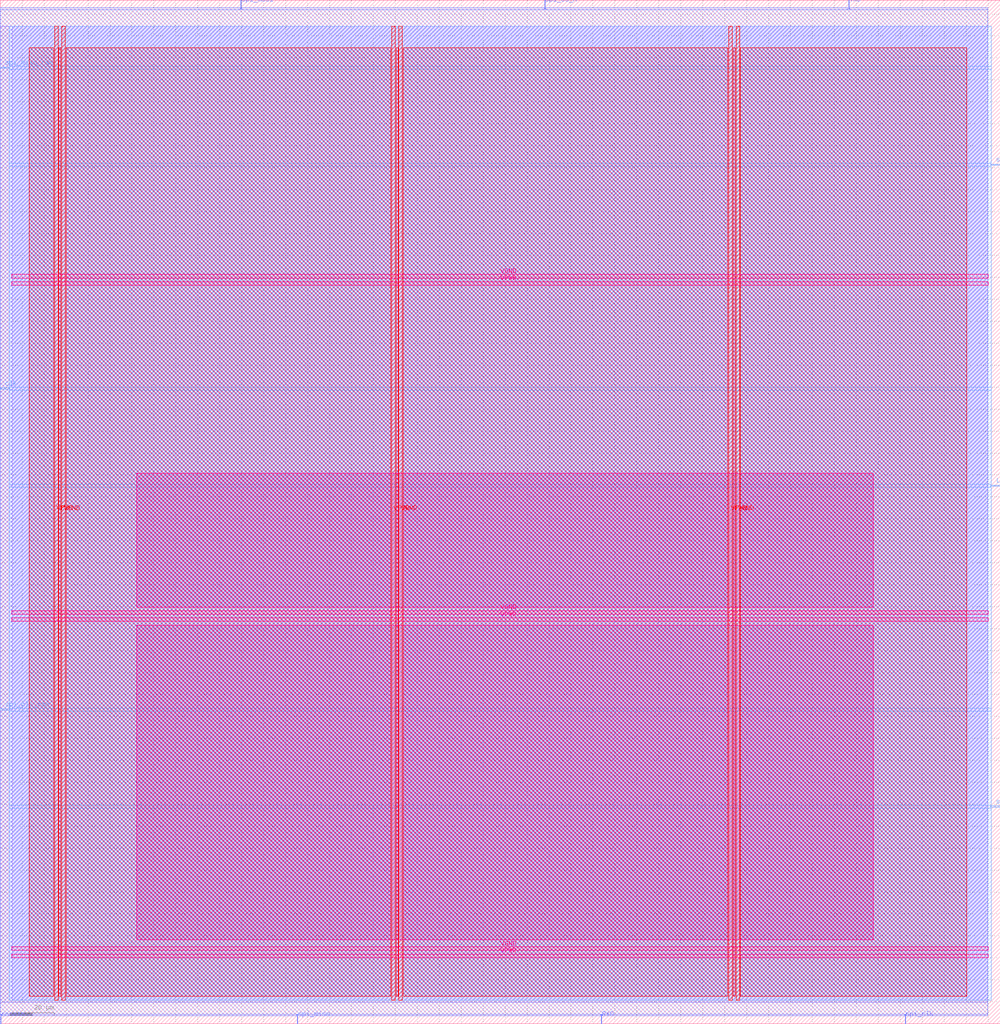
<source format=lef>
VERSION 5.7 ;
  NOWIREEXTENSIONATPIN ON ;
  DIVIDERCHAR "/" ;
  BUSBITCHARS "[]" ;
MACRO femto
  CLASS BLOCK ;
  FOREIGN femto ;
  ORIGIN 0.000 0.000 ;
  SIZE 455.575 BY 466.295 ;
  PIN LEDS
    DIRECTION OUTPUT TRISTATE ;
    USE SIGNAL ;
    ANTENNADIFFAREA 0.445500 ;
    PORT
      LAYER met3 ;
        RECT 451.575 244.840 455.575 245.440 ;
    END
  END LEDS
  PIN RXD
    DIRECTION INPUT ;
    USE SIGNAL ;
    ANTENNAGATEAREA 0.213000 ;
    PORT
      LAYER met2 ;
        RECT 273.790 0.000 274.070 4.000 ;
    END
  END RXD
  PIN TXD
    DIRECTION OUTPUT TRISTATE ;
    USE SIGNAL ;
    ANTENNADIFFAREA 0.795200 ;
    PORT
      LAYER met2 ;
        RECT 386.490 462.295 386.770 466.295 ;
    END
  END TXD
  PIN VGND
    DIRECTION INOUT ;
    USE GROUND ;
    PORT
      LAYER met4 ;
        RECT 28.020 10.640 29.620 454.480 ;
    END
    PORT
      LAYER met4 ;
        RECT 181.620 10.640 183.220 454.480 ;
    END
    PORT
      LAYER met4 ;
        RECT 335.220 10.640 336.820 454.480 ;
    END
    PORT
      LAYER met5 ;
        RECT 5.280 33.380 450.120 34.980 ;
    END
    PORT
      LAYER met5 ;
        RECT 5.280 186.560 450.120 188.160 ;
    END
    PORT
      LAYER met5 ;
        RECT 5.280 339.740 450.120 341.340 ;
    END
  END VGND
  PIN VPWR
    DIRECTION INOUT ;
    USE POWER ;
    PORT
      LAYER met4 ;
        RECT 24.720 10.640 26.320 454.480 ;
    END
    PORT
      LAYER met4 ;
        RECT 178.320 10.640 179.920 454.480 ;
    END
    PORT
      LAYER met4 ;
        RECT 331.920 10.640 333.520 454.480 ;
    END
    PORT
      LAYER met5 ;
        RECT 5.280 30.080 450.120 31.680 ;
    END
    PORT
      LAYER met5 ;
        RECT 5.280 183.260 450.120 184.860 ;
    END
    PORT
      LAYER met5 ;
        RECT 5.280 336.440 450.120 338.040 ;
    END
  END VPWR
  PIN clk
    DIRECTION INPUT ;
    USE SIGNAL ;
    ANTENNAGATEAREA 0.852000 ;
    PORT
      LAYER met3 ;
        RECT 0.000 289.040 4.000 289.640 ;
    END
  END clk
  PIN resetn
    DIRECTION INPUT ;
    USE SIGNAL ;
    ANTENNAGATEAREA 0.159000 ;
    PORT
      LAYER met2 ;
        RECT 0.090 0.000 0.370 4.000 ;
    END
  END resetn
  PIN spi_clk
    DIRECTION OUTPUT TRISTATE ;
    USE SIGNAL ;
    ANTENNADIFFAREA 0.795200 ;
    PORT
      LAYER met2 ;
        RECT 412.250 0.000 412.530 4.000 ;
    END
  END spi_clk
  PIN spi_clk_ram
    DIRECTION OUTPUT TRISTATE ;
    USE SIGNAL ;
    ANTENNADIFFAREA 0.795200 ;
    PORT
      LAYER met3 ;
        RECT 0.000 142.840 4.000 143.440 ;
    END
  END spi_clk_ram
  PIN spi_cs_n
    DIRECTION OUTPUT TRISTATE ;
    USE SIGNAL ;
    ANTENNADIFFAREA 0.795200 ;
    PORT
      LAYER met2 ;
        RECT 248.030 462.295 248.310 466.295 ;
    END
  END spi_cs_n
  PIN spi_cs_n_ram
    DIRECTION OUTPUT TRISTATE ;
    USE SIGNAL ;
    ANTENNADIFFAREA 0.795200 ;
    PORT
      LAYER met3 ;
        RECT 451.575 391.040 455.575 391.640 ;
    END
  END spi_cs_n_ram
  PIN spi_miso
    DIRECTION INPUT ;
    USE SIGNAL ;
    ANTENNAGATEAREA 0.213000 ;
    PORT
      LAYER met2 ;
        RECT 135.330 0.000 135.610 4.000 ;
    END
  END spi_miso
  PIN spi_miso_ram
    DIRECTION INPUT ;
    USE SIGNAL ;
    ANTENNAGATEAREA 0.159000 ;
    PORT
      LAYER met3 ;
        RECT 0.000 435.240 4.000 435.840 ;
    END
  END spi_miso_ram
  PIN spi_mosi
    DIRECTION OUTPUT TRISTATE ;
    USE SIGNAL ;
    ANTENNADIFFAREA 0.795200 ;
    PORT
      LAYER met2 ;
        RECT 109.570 462.295 109.850 466.295 ;
    END
  END spi_mosi
  PIN spi_mosi_ram
    DIRECTION OUTPUT TRISTATE ;
    USE SIGNAL ;
    ANTENNADIFFAREA 0.795200 ;
    PORT
      LAYER met3 ;
        RECT 451.575 98.640 455.575 99.240 ;
    END
  END spi_mosi_ram
  OBS
      LAYER li1 ;
        RECT 5.520 10.795 449.880 454.325 ;
      LAYER met1 ;
        RECT 0.070 9.900 449.880 454.480 ;
      LAYER met2 ;
        RECT 0.100 462.015 109.290 462.810 ;
        RECT 110.130 462.015 247.750 462.810 ;
        RECT 248.590 462.015 386.210 462.810 ;
        RECT 387.050 462.015 449.790 462.810 ;
        RECT 0.100 4.280 449.790 462.015 ;
        RECT 0.650 3.670 135.050 4.280 ;
        RECT 135.890 3.670 273.510 4.280 ;
        RECT 274.350 3.670 411.970 4.280 ;
        RECT 412.810 3.670 449.790 4.280 ;
      LAYER met3 ;
        RECT 3.990 436.240 451.575 454.405 ;
        RECT 4.400 434.840 451.575 436.240 ;
        RECT 3.990 392.040 451.575 434.840 ;
        RECT 3.990 390.640 451.175 392.040 ;
        RECT 3.990 290.040 451.575 390.640 ;
        RECT 4.400 288.640 451.575 290.040 ;
        RECT 3.990 245.840 451.575 288.640 ;
        RECT 3.990 244.440 451.175 245.840 ;
        RECT 3.990 143.840 451.575 244.440 ;
        RECT 4.400 142.440 451.575 143.840 ;
        RECT 3.990 99.640 451.575 142.440 ;
        RECT 3.990 98.240 451.175 99.640 ;
        RECT 3.990 10.715 451.575 98.240 ;
      LAYER met4 ;
        RECT 13.175 12.415 24.320 444.545 ;
        RECT 26.720 12.415 27.620 444.545 ;
        RECT 30.020 12.415 177.920 444.545 ;
        RECT 180.320 12.415 181.220 444.545 ;
        RECT 183.620 12.415 331.520 444.545 ;
        RECT 333.920 12.415 334.820 444.545 ;
        RECT 337.220 12.415 440.385 444.545 ;
      LAYER met5 ;
        RECT 62.220 189.760 397.780 250.700 ;
        RECT 62.220 38.300 397.780 181.660 ;
  END
END femto
END LIBRARY


</source>
